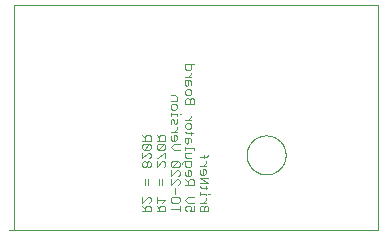
<source format=gbo>
G75*
%MOIN*%
%OFA0B0*%
%FSLAX25Y25*%
%IPPOS*%
%LPD*%
%AMOC8*
5,1,8,0,0,1.08239X$1,22.5*
%
%ADD10C,0.00000*%
%ADD11C,0.00300*%
D10*
X0001396Y0002983D02*
X0001396Y0003033D01*
X0001371Y0003033D01*
X0001363Y0003025D01*
X0001363Y0003008D01*
X0001371Y0003000D01*
X0001396Y0003000D01*
X0001409Y0003000D02*
X0001409Y0003025D01*
X0001417Y0003033D01*
X0001426Y0003025D01*
X0001426Y0003000D01*
X0001442Y0003000D02*
X0001442Y0003033D01*
X0001434Y0003033D01*
X0001426Y0003025D01*
X0001455Y0003025D02*
X0001463Y0003033D01*
X0001488Y0003033D01*
X0001488Y0003050D02*
X0001488Y0003000D01*
X0001463Y0003000D01*
X0001455Y0003008D01*
X0001455Y0003025D01*
X0001503Y0003008D02*
X0001503Y0003000D01*
X0001511Y0003000D01*
X0001511Y0003008D01*
X0001503Y0003008D01*
X0001524Y0003008D02*
X0001532Y0003017D01*
X0001549Y0003017D01*
X0001557Y0003025D01*
X0001549Y0003033D01*
X0001524Y0003033D01*
X0001524Y0003008D02*
X0001532Y0003000D01*
X0001557Y0003000D01*
X0001570Y0003008D02*
X0001579Y0003017D01*
X0001595Y0003017D01*
X0001604Y0003025D01*
X0001595Y0003033D01*
X0001570Y0003033D01*
X0001570Y0003008D02*
X0001579Y0003000D01*
X0001604Y0003000D01*
X0001625Y0003000D02*
X0001641Y0003000D01*
X0001650Y0003008D01*
X0001650Y0003025D01*
X0001641Y0003033D01*
X0001625Y0003033D01*
X0001616Y0003025D01*
X0001616Y0003017D01*
X0001650Y0003017D01*
X0001663Y0003033D02*
X0001671Y0003033D01*
X0001688Y0003017D01*
X0001688Y0003033D02*
X0001688Y0003000D01*
X0001701Y0003000D02*
X0001726Y0003000D01*
X0001734Y0003008D01*
X0001734Y0003025D01*
X0001726Y0003033D01*
X0001701Y0003033D01*
X0001701Y0003050D02*
X0001701Y0003000D01*
X0001747Y0003000D02*
X0001772Y0003000D01*
X0001780Y0003008D01*
X0001780Y0003025D01*
X0001772Y0003033D01*
X0001747Y0003033D01*
X0001747Y0003050D02*
X0001747Y0003000D01*
X0001793Y0003000D02*
X0001818Y0003000D01*
X0001826Y0003008D01*
X0001818Y0003017D01*
X0001793Y0003017D01*
X0001793Y0003025D02*
X0001793Y0003000D01*
X0001793Y0003025D02*
X0001801Y0003033D01*
X0001818Y0003033D01*
X0001839Y0003025D02*
X0001872Y0003025D01*
X0001885Y0003033D02*
X0001885Y0003008D01*
X0001893Y0003000D01*
X0001901Y0003008D01*
X0001910Y0003000D01*
X0001918Y0003008D01*
X0001918Y0003033D01*
X0001931Y0003025D02*
X0001964Y0003025D01*
X0001977Y0003025D02*
X0001985Y0003033D01*
X0002002Y0003033D01*
X0002010Y0003025D01*
X0002010Y0003008D01*
X0002002Y0003000D01*
X0001985Y0003000D01*
X0001977Y0003008D01*
X0001977Y0003025D01*
X0002023Y0003033D02*
X0002048Y0003033D01*
X0002056Y0003025D01*
X0002056Y0003008D01*
X0002048Y0003000D01*
X0002023Y0003000D01*
X0002023Y0002992D02*
X0002023Y0003033D01*
X0002023Y0002992D02*
X0002031Y0002983D01*
X0002040Y0002983D01*
X0002069Y0003008D02*
X0002069Y0003025D01*
X0002077Y0003033D01*
X0002094Y0003033D01*
X0002102Y0003025D01*
X0002102Y0003008D01*
X0002094Y0003000D01*
X0002077Y0003000D01*
X0002069Y0003008D01*
X0002116Y0003000D02*
X0002133Y0003000D01*
X0002125Y0003000D02*
X0002125Y0003050D01*
X0002133Y0003050D01*
X0002154Y0003033D02*
X0002171Y0003033D01*
X0002179Y0003025D01*
X0002179Y0003008D01*
X0002171Y0003000D01*
X0002154Y0003000D01*
X0002146Y0003008D01*
X0002146Y0003025D01*
X0002154Y0003033D01*
X0002192Y0003025D02*
X0002192Y0003000D01*
X0002192Y0003025D02*
X0002200Y0003033D01*
X0002225Y0003033D01*
X0002225Y0003000D01*
X0002238Y0003008D02*
X0002238Y0003025D01*
X0002246Y0003033D01*
X0002263Y0003033D01*
X0002271Y0003025D01*
X0002271Y0003008D01*
X0002263Y0003000D01*
X0002246Y0003000D01*
X0002238Y0003008D01*
X0002284Y0003000D02*
X0002284Y0003025D01*
X0002292Y0003033D01*
X0002300Y0003025D01*
X0002300Y0003000D01*
X0002317Y0003000D02*
X0002317Y0003033D01*
X0002309Y0003033D01*
X0002300Y0003025D01*
X0002330Y0003050D02*
X0002363Y0003000D01*
X0002376Y0003008D02*
X0002376Y0003025D01*
X0002384Y0003033D01*
X0002401Y0003033D01*
X0002409Y0003025D01*
X0002409Y0003008D01*
X0002401Y0003000D01*
X0002384Y0003000D01*
X0002376Y0003008D01*
X0002422Y0003000D02*
X0002447Y0003000D01*
X0002455Y0003008D01*
X0002455Y0003025D01*
X0002447Y0003033D01*
X0002422Y0003033D01*
X0002422Y0002992D01*
X0002430Y0002983D01*
X0002439Y0002983D01*
X0002468Y0003008D02*
X0002468Y0003025D01*
X0002476Y0003033D01*
X0002493Y0003033D01*
X0002501Y0003025D01*
X0002501Y0003008D01*
X0002493Y0003000D01*
X0002476Y0003000D01*
X0002468Y0003008D01*
X0002514Y0003000D02*
X0002547Y0003000D01*
X0002547Y0003050D01*
X0002560Y0003050D02*
X0002593Y0003000D01*
X0002606Y0003000D02*
X0002631Y0003000D01*
X0002639Y0003008D01*
X0002639Y0003025D01*
X0002631Y0003033D01*
X0002606Y0003033D01*
X0002652Y0003025D02*
X0002652Y0003000D01*
X0002677Y0003000D01*
X0002685Y0003008D01*
X0002677Y0003017D01*
X0002652Y0003017D01*
X0002652Y0003025D02*
X0002660Y0003033D01*
X0002677Y0003033D01*
X0002698Y0003050D02*
X0002731Y0003050D01*
X0002745Y0003050D02*
X0002754Y0003042D01*
X0002754Y0003000D01*
X0002762Y0003025D02*
X0002745Y0003025D01*
X0002776Y0003025D02*
X0002793Y0003025D01*
X0002806Y0003025D02*
X0002814Y0003033D01*
X0002831Y0003033D01*
X0002839Y0003025D01*
X0002839Y0003008D01*
X0002831Y0003000D01*
X0002814Y0003000D01*
X0002806Y0003008D01*
X0002806Y0003025D01*
X0002784Y0003042D02*
X0002776Y0003050D01*
X0002784Y0003042D02*
X0002784Y0003000D01*
X0002852Y0003008D02*
X0002860Y0003000D01*
X0002885Y0003000D01*
X0002885Y0003050D01*
X0002860Y0003050D01*
X0002852Y0003042D01*
X0002852Y0003033D01*
X0002860Y0003025D01*
X0002885Y0003025D01*
X0002860Y0003025D02*
X0002852Y0003017D01*
X0002852Y0003008D01*
X0002898Y0003050D02*
X0002931Y0003000D01*
X0002946Y0003000D02*
X0002954Y0003000D01*
X0002954Y0003008D01*
X0002946Y0003008D01*
X0002946Y0003000D01*
X0002946Y0003025D02*
X0002954Y0003025D01*
X0002954Y0003033D01*
X0002946Y0003033D01*
X0002946Y0003025D01*
X0002967Y0003042D02*
X0002967Y0003050D01*
X0002967Y0003042D02*
X0002983Y0003025D01*
X0002983Y0003000D01*
X0002983Y0003025D02*
X0003000Y0003042D01*
X0003000Y0003050D01*
X0003000Y0003125D02*
X0003000Y0078086D01*
X0124201Y0078086D01*
X0124201Y0003125D01*
X0003000Y0003125D01*
X0002715Y0003050D02*
X0002715Y0003000D01*
X0080500Y0028125D02*
X0080502Y0028286D01*
X0080508Y0028446D01*
X0080518Y0028607D01*
X0080532Y0028767D01*
X0080550Y0028927D01*
X0080571Y0029086D01*
X0080597Y0029245D01*
X0080627Y0029403D01*
X0080660Y0029560D01*
X0080698Y0029717D01*
X0080739Y0029872D01*
X0080784Y0030026D01*
X0080833Y0030179D01*
X0080886Y0030331D01*
X0080942Y0030482D01*
X0081003Y0030631D01*
X0081066Y0030779D01*
X0081134Y0030925D01*
X0081205Y0031069D01*
X0081279Y0031211D01*
X0081357Y0031352D01*
X0081439Y0031490D01*
X0081524Y0031627D01*
X0081612Y0031761D01*
X0081704Y0031893D01*
X0081799Y0032023D01*
X0081897Y0032151D01*
X0081998Y0032276D01*
X0082102Y0032398D01*
X0082209Y0032518D01*
X0082319Y0032635D01*
X0082432Y0032750D01*
X0082548Y0032861D01*
X0082667Y0032970D01*
X0082788Y0033075D01*
X0082912Y0033178D01*
X0083038Y0033278D01*
X0083166Y0033374D01*
X0083297Y0033467D01*
X0083431Y0033557D01*
X0083566Y0033644D01*
X0083704Y0033727D01*
X0083843Y0033807D01*
X0083985Y0033883D01*
X0084128Y0033956D01*
X0084273Y0034025D01*
X0084420Y0034091D01*
X0084568Y0034153D01*
X0084718Y0034211D01*
X0084869Y0034266D01*
X0085022Y0034317D01*
X0085176Y0034364D01*
X0085331Y0034407D01*
X0085487Y0034446D01*
X0085643Y0034482D01*
X0085801Y0034513D01*
X0085959Y0034541D01*
X0086118Y0034565D01*
X0086278Y0034585D01*
X0086438Y0034601D01*
X0086598Y0034613D01*
X0086759Y0034621D01*
X0086920Y0034625D01*
X0087080Y0034625D01*
X0087241Y0034621D01*
X0087402Y0034613D01*
X0087562Y0034601D01*
X0087722Y0034585D01*
X0087882Y0034565D01*
X0088041Y0034541D01*
X0088199Y0034513D01*
X0088357Y0034482D01*
X0088513Y0034446D01*
X0088669Y0034407D01*
X0088824Y0034364D01*
X0088978Y0034317D01*
X0089131Y0034266D01*
X0089282Y0034211D01*
X0089432Y0034153D01*
X0089580Y0034091D01*
X0089727Y0034025D01*
X0089872Y0033956D01*
X0090015Y0033883D01*
X0090157Y0033807D01*
X0090296Y0033727D01*
X0090434Y0033644D01*
X0090569Y0033557D01*
X0090703Y0033467D01*
X0090834Y0033374D01*
X0090962Y0033278D01*
X0091088Y0033178D01*
X0091212Y0033075D01*
X0091333Y0032970D01*
X0091452Y0032861D01*
X0091568Y0032750D01*
X0091681Y0032635D01*
X0091791Y0032518D01*
X0091898Y0032398D01*
X0092002Y0032276D01*
X0092103Y0032151D01*
X0092201Y0032023D01*
X0092296Y0031893D01*
X0092388Y0031761D01*
X0092476Y0031627D01*
X0092561Y0031490D01*
X0092643Y0031352D01*
X0092721Y0031211D01*
X0092795Y0031069D01*
X0092866Y0030925D01*
X0092934Y0030779D01*
X0092997Y0030631D01*
X0093058Y0030482D01*
X0093114Y0030331D01*
X0093167Y0030179D01*
X0093216Y0030026D01*
X0093261Y0029872D01*
X0093302Y0029717D01*
X0093340Y0029560D01*
X0093373Y0029403D01*
X0093403Y0029245D01*
X0093429Y0029086D01*
X0093450Y0028927D01*
X0093468Y0028767D01*
X0093482Y0028607D01*
X0093492Y0028446D01*
X0093498Y0028286D01*
X0093500Y0028125D01*
X0093498Y0027964D01*
X0093492Y0027804D01*
X0093482Y0027643D01*
X0093468Y0027483D01*
X0093450Y0027323D01*
X0093429Y0027164D01*
X0093403Y0027005D01*
X0093373Y0026847D01*
X0093340Y0026690D01*
X0093302Y0026533D01*
X0093261Y0026378D01*
X0093216Y0026224D01*
X0093167Y0026071D01*
X0093114Y0025919D01*
X0093058Y0025768D01*
X0092997Y0025619D01*
X0092934Y0025471D01*
X0092866Y0025325D01*
X0092795Y0025181D01*
X0092721Y0025039D01*
X0092643Y0024898D01*
X0092561Y0024760D01*
X0092476Y0024623D01*
X0092388Y0024489D01*
X0092296Y0024357D01*
X0092201Y0024227D01*
X0092103Y0024099D01*
X0092002Y0023974D01*
X0091898Y0023852D01*
X0091791Y0023732D01*
X0091681Y0023615D01*
X0091568Y0023500D01*
X0091452Y0023389D01*
X0091333Y0023280D01*
X0091212Y0023175D01*
X0091088Y0023072D01*
X0090962Y0022972D01*
X0090834Y0022876D01*
X0090703Y0022783D01*
X0090569Y0022693D01*
X0090434Y0022606D01*
X0090296Y0022523D01*
X0090157Y0022443D01*
X0090015Y0022367D01*
X0089872Y0022294D01*
X0089727Y0022225D01*
X0089580Y0022159D01*
X0089432Y0022097D01*
X0089282Y0022039D01*
X0089131Y0021984D01*
X0088978Y0021933D01*
X0088824Y0021886D01*
X0088669Y0021843D01*
X0088513Y0021804D01*
X0088357Y0021768D01*
X0088199Y0021737D01*
X0088041Y0021709D01*
X0087882Y0021685D01*
X0087722Y0021665D01*
X0087562Y0021649D01*
X0087402Y0021637D01*
X0087241Y0021629D01*
X0087080Y0021625D01*
X0086920Y0021625D01*
X0086759Y0021629D01*
X0086598Y0021637D01*
X0086438Y0021649D01*
X0086278Y0021665D01*
X0086118Y0021685D01*
X0085959Y0021709D01*
X0085801Y0021737D01*
X0085643Y0021768D01*
X0085487Y0021804D01*
X0085331Y0021843D01*
X0085176Y0021886D01*
X0085022Y0021933D01*
X0084869Y0021984D01*
X0084718Y0022039D01*
X0084568Y0022097D01*
X0084420Y0022159D01*
X0084273Y0022225D01*
X0084128Y0022294D01*
X0083985Y0022367D01*
X0083843Y0022443D01*
X0083704Y0022523D01*
X0083566Y0022606D01*
X0083431Y0022693D01*
X0083297Y0022783D01*
X0083166Y0022876D01*
X0083038Y0022972D01*
X0082912Y0023072D01*
X0082788Y0023175D01*
X0082667Y0023280D01*
X0082548Y0023389D01*
X0082432Y0023500D01*
X0082319Y0023615D01*
X0082209Y0023732D01*
X0082102Y0023852D01*
X0081998Y0023974D01*
X0081897Y0024099D01*
X0081799Y0024227D01*
X0081704Y0024357D01*
X0081612Y0024489D01*
X0081524Y0024623D01*
X0081439Y0024760D01*
X0081357Y0024898D01*
X0081279Y0025039D01*
X0081205Y0025181D01*
X0081134Y0025325D01*
X0081066Y0025471D01*
X0081003Y0025619D01*
X0080942Y0025768D01*
X0080886Y0025919D01*
X0080833Y0026071D01*
X0080784Y0026224D01*
X0080739Y0026378D01*
X0080698Y0026533D01*
X0080660Y0026690D01*
X0080627Y0026847D01*
X0080597Y0027005D01*
X0080571Y0027164D01*
X0080550Y0027323D01*
X0080532Y0027483D01*
X0080518Y0027643D01*
X0080508Y0027804D01*
X0080502Y0027964D01*
X0080500Y0028125D01*
D11*
X0067777Y0027947D02*
X0067294Y0027463D01*
X0064875Y0027463D01*
X0066326Y0026979D02*
X0066326Y0027947D01*
X0066810Y0025975D02*
X0066810Y0025491D01*
X0065842Y0024524D01*
X0064875Y0024524D02*
X0066810Y0024524D01*
X0066326Y0023512D02*
X0065842Y0023512D01*
X0065842Y0021577D01*
X0065359Y0021577D02*
X0066326Y0021577D01*
X0066810Y0022061D01*
X0066810Y0023028D01*
X0066326Y0023512D01*
X0064875Y0023028D02*
X0064875Y0022061D01*
X0065359Y0021577D01*
X0064875Y0020566D02*
X0067777Y0020566D01*
X0067777Y0018631D02*
X0064875Y0018631D01*
X0064875Y0017634D02*
X0065359Y0017150D01*
X0067294Y0017150D01*
X0066810Y0016666D02*
X0066810Y0017634D01*
X0067777Y0018631D02*
X0064875Y0020566D01*
X0062977Y0019591D02*
X0062494Y0020075D01*
X0061526Y0020075D01*
X0061042Y0019591D01*
X0061042Y0018140D01*
X0060075Y0018140D02*
X0062977Y0018140D01*
X0062977Y0019591D01*
X0061042Y0019107D02*
X0060075Y0020075D01*
X0060559Y0021086D02*
X0061526Y0021086D01*
X0062010Y0021570D01*
X0062010Y0022537D01*
X0061526Y0023021D01*
X0061042Y0023021D01*
X0061042Y0021086D01*
X0060559Y0021086D02*
X0060075Y0021570D01*
X0060075Y0022537D01*
X0058177Y0022537D02*
X0058177Y0021570D01*
X0057694Y0021086D01*
X0057694Y0020075D02*
X0058177Y0019591D01*
X0058177Y0018623D01*
X0057694Y0018140D01*
X0056726Y0017128D02*
X0056726Y0015193D01*
X0055759Y0014181D02*
X0057694Y0014181D01*
X0058177Y0013698D01*
X0058177Y0012730D01*
X0057694Y0012247D01*
X0055759Y0012247D01*
X0055275Y0012730D01*
X0055275Y0013698D01*
X0055759Y0014181D01*
X0053377Y0013214D02*
X0050475Y0013214D01*
X0050475Y0012247D02*
X0050475Y0014181D01*
X0048577Y0013698D02*
X0048577Y0012730D01*
X0048094Y0012247D01*
X0048094Y0011235D02*
X0047126Y0011235D01*
X0046642Y0010751D01*
X0046642Y0009300D01*
X0045675Y0009300D02*
X0048577Y0009300D01*
X0048577Y0010751D01*
X0048094Y0011235D01*
X0046642Y0010267D02*
X0045675Y0011235D01*
X0045675Y0012247D02*
X0047610Y0014181D01*
X0048094Y0014181D01*
X0048577Y0013698D01*
X0052410Y0012247D02*
X0053377Y0013214D01*
X0052894Y0011235D02*
X0051926Y0011235D01*
X0051442Y0010751D01*
X0051442Y0009300D01*
X0050475Y0009300D02*
X0053377Y0009300D01*
X0053377Y0010751D01*
X0052894Y0011235D01*
X0051442Y0010267D02*
X0050475Y0011235D01*
X0055275Y0010267D02*
X0058177Y0010267D01*
X0058177Y0009300D02*
X0058177Y0011235D01*
X0060075Y0010751D02*
X0060075Y0009784D01*
X0060559Y0009300D01*
X0061526Y0009300D02*
X0062010Y0010267D01*
X0062010Y0010751D01*
X0061526Y0011235D01*
X0060559Y0011235D01*
X0060075Y0010751D01*
X0061042Y0012247D02*
X0060075Y0013214D01*
X0061042Y0014181D01*
X0062977Y0014181D01*
X0062977Y0012247D02*
X0061042Y0012247D01*
X0062977Y0011235D02*
X0062977Y0009300D01*
X0061526Y0009300D01*
X0064875Y0009300D02*
X0064875Y0010751D01*
X0065359Y0011235D01*
X0065842Y0011235D01*
X0066326Y0010751D01*
X0066326Y0009300D01*
X0064875Y0009300D02*
X0067777Y0009300D01*
X0067777Y0010751D01*
X0067294Y0011235D01*
X0066810Y0011235D01*
X0066326Y0010751D01*
X0065842Y0012247D02*
X0066810Y0013214D01*
X0066810Y0013698D01*
X0066810Y0014702D02*
X0066810Y0015186D01*
X0064875Y0015186D01*
X0064875Y0015669D02*
X0064875Y0014702D01*
X0067777Y0015186D02*
X0068261Y0015186D01*
X0066810Y0012247D02*
X0064875Y0012247D01*
X0057210Y0020075D02*
X0055275Y0018140D01*
X0055275Y0020075D01*
X0055275Y0021086D02*
X0057210Y0023021D01*
X0057694Y0023021D01*
X0058177Y0022537D01*
X0057694Y0024033D02*
X0055759Y0024033D01*
X0057694Y0025968D01*
X0055759Y0025968D01*
X0055275Y0025484D01*
X0055275Y0024516D01*
X0055759Y0024033D01*
X0057694Y0024033D02*
X0058177Y0024516D01*
X0058177Y0025484D01*
X0057694Y0025968D01*
X0059108Y0025484D02*
X0059591Y0025968D01*
X0062010Y0025968D01*
X0062010Y0024516D01*
X0061526Y0024033D01*
X0060559Y0024033D01*
X0060075Y0024516D01*
X0060075Y0025968D01*
X0059108Y0025484D02*
X0059108Y0025000D01*
X0060559Y0026979D02*
X0060075Y0027463D01*
X0060075Y0028914D01*
X0062010Y0028914D01*
X0062977Y0029926D02*
X0062977Y0030409D01*
X0060075Y0030409D01*
X0060075Y0029926D02*
X0060075Y0030893D01*
X0060559Y0031890D02*
X0061042Y0032374D01*
X0061042Y0033825D01*
X0061526Y0033825D02*
X0060075Y0033825D01*
X0060075Y0032374D01*
X0060559Y0031890D01*
X0058177Y0031861D02*
X0056242Y0031861D01*
X0055275Y0030893D01*
X0056242Y0029926D01*
X0058177Y0029926D01*
X0062010Y0032374D02*
X0062010Y0033341D01*
X0061526Y0033825D01*
X0062010Y0034836D02*
X0062010Y0035804D01*
X0062494Y0035320D02*
X0060559Y0035320D01*
X0060075Y0035804D01*
X0060559Y0036801D02*
X0060075Y0037285D01*
X0060075Y0038252D01*
X0060559Y0038736D01*
X0061526Y0038736D01*
X0062010Y0038252D01*
X0062010Y0037285D01*
X0061526Y0036801D01*
X0060559Y0036801D01*
X0057210Y0036786D02*
X0057210Y0037270D01*
X0057210Y0036786D02*
X0056242Y0035819D01*
X0055275Y0035819D02*
X0057210Y0035819D01*
X0056726Y0034807D02*
X0056242Y0034807D01*
X0056242Y0032872D01*
X0055759Y0032872D02*
X0056726Y0032872D01*
X0057210Y0033356D01*
X0057210Y0034323D01*
X0056726Y0034807D01*
X0055275Y0034323D02*
X0055275Y0033356D01*
X0055759Y0032872D01*
X0053377Y0032872D02*
X0053377Y0034323D01*
X0052894Y0034807D01*
X0051926Y0034807D01*
X0051442Y0034323D01*
X0051442Y0032872D01*
X0050475Y0032872D02*
X0053377Y0032872D01*
X0051442Y0033840D02*
X0050475Y0034807D01*
X0048577Y0034323D02*
X0048094Y0034807D01*
X0047126Y0034807D01*
X0046642Y0034323D01*
X0046642Y0032872D01*
X0045675Y0032872D02*
X0048577Y0032872D01*
X0048577Y0034323D01*
X0046642Y0033840D02*
X0045675Y0034807D01*
X0046159Y0031861D02*
X0045675Y0031377D01*
X0045675Y0030409D01*
X0046159Y0029926D01*
X0048094Y0031861D01*
X0046159Y0031861D01*
X0048094Y0031861D02*
X0048577Y0031377D01*
X0048577Y0030409D01*
X0048094Y0029926D01*
X0046159Y0029926D01*
X0045675Y0028914D02*
X0045675Y0026979D01*
X0047610Y0028914D01*
X0048094Y0028914D01*
X0048577Y0028430D01*
X0048577Y0027463D01*
X0048094Y0026979D01*
X0048094Y0025968D02*
X0047610Y0025968D01*
X0047126Y0025484D01*
X0047126Y0024516D01*
X0047610Y0024033D01*
X0048094Y0024033D01*
X0048577Y0024516D01*
X0048577Y0025484D01*
X0048094Y0025968D01*
X0047126Y0025484D02*
X0046642Y0025968D01*
X0046159Y0025968D01*
X0045675Y0025484D01*
X0045675Y0024516D01*
X0046159Y0024033D01*
X0046642Y0024033D01*
X0047126Y0024516D01*
X0050475Y0024033D02*
X0052410Y0025968D01*
X0052894Y0025968D01*
X0053377Y0025484D01*
X0053377Y0024516D01*
X0052894Y0024033D01*
X0050475Y0024033D02*
X0050475Y0025968D01*
X0050475Y0026979D02*
X0050959Y0026979D01*
X0052894Y0028914D01*
X0053377Y0028914D01*
X0053377Y0026979D01*
X0052894Y0029926D02*
X0050959Y0029926D01*
X0052894Y0031861D01*
X0050959Y0031861D01*
X0050475Y0031377D01*
X0050475Y0030409D01*
X0050959Y0029926D01*
X0052894Y0029926D02*
X0053377Y0030409D01*
X0053377Y0031377D01*
X0052894Y0031861D01*
X0060559Y0026979D02*
X0062010Y0026979D01*
X0055275Y0023021D02*
X0055275Y0021086D01*
X0057210Y0020075D02*
X0057694Y0020075D01*
X0052410Y0020075D02*
X0052410Y0018140D01*
X0051442Y0018140D02*
X0051442Y0020075D01*
X0047610Y0020075D02*
X0047610Y0018140D01*
X0046642Y0018140D02*
X0046642Y0020075D01*
X0045675Y0014181D02*
X0045675Y0012247D01*
X0055275Y0038274D02*
X0055275Y0039725D01*
X0055759Y0040209D01*
X0056242Y0039725D01*
X0056242Y0038758D01*
X0056726Y0038274D01*
X0057210Y0038758D01*
X0057210Y0040209D01*
X0057210Y0041221D02*
X0057210Y0041704D01*
X0055275Y0041704D01*
X0055275Y0041221D02*
X0055275Y0042188D01*
X0055759Y0043185D02*
X0055275Y0043669D01*
X0055275Y0044636D01*
X0055759Y0045120D01*
X0056726Y0045120D01*
X0057210Y0044636D01*
X0057210Y0043669D01*
X0056726Y0043185D01*
X0055759Y0043185D01*
X0058177Y0041704D02*
X0058661Y0041704D01*
X0060075Y0039747D02*
X0062010Y0039747D01*
X0061042Y0039747D02*
X0062010Y0040715D01*
X0062010Y0041199D01*
X0061526Y0045149D02*
X0061526Y0046601D01*
X0061042Y0047084D01*
X0060559Y0047084D01*
X0060075Y0046601D01*
X0060075Y0045149D01*
X0062977Y0045149D01*
X0062977Y0046601D01*
X0062494Y0047084D01*
X0062010Y0047084D01*
X0061526Y0046601D01*
X0061526Y0048096D02*
X0060559Y0048096D01*
X0060075Y0048580D01*
X0060075Y0049547D01*
X0060559Y0050031D01*
X0061526Y0050031D01*
X0062010Y0049547D01*
X0062010Y0048580D01*
X0061526Y0048096D01*
X0060559Y0051042D02*
X0061042Y0051526D01*
X0061042Y0052977D01*
X0061526Y0052977D02*
X0060075Y0052977D01*
X0060075Y0051526D01*
X0060559Y0051042D01*
X0062010Y0051526D02*
X0062010Y0052494D01*
X0061526Y0052977D01*
X0061042Y0053989D02*
X0062010Y0054956D01*
X0062010Y0055440D01*
X0061526Y0056444D02*
X0062010Y0056928D01*
X0062010Y0058379D01*
X0062977Y0058379D02*
X0060075Y0058379D01*
X0060075Y0056928D01*
X0060559Y0056444D01*
X0061526Y0056444D01*
X0062010Y0053989D02*
X0060075Y0053989D01*
X0056726Y0048066D02*
X0055275Y0048066D01*
X0056726Y0048066D02*
X0057210Y0047583D01*
X0057210Y0046131D01*
X0055275Y0046131D01*
M02*

</source>
